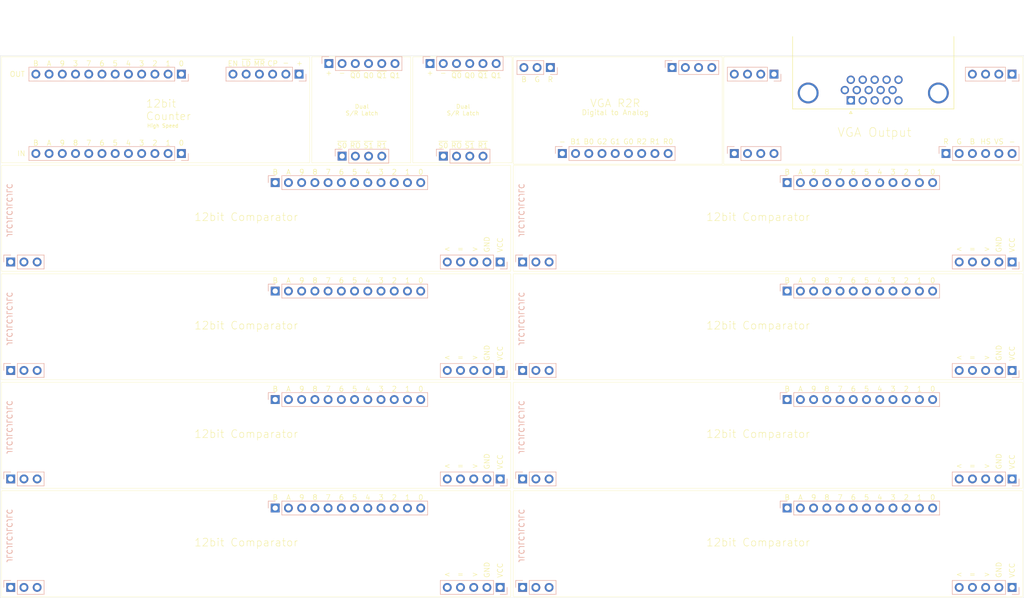
<source format=kicad_pcb>
(kicad_pcb (version 20211014) (generator pcbnew)
  (layers (0 "F.Cu" signal) (31 "B.Cu" signal) (34 "B.Paste" user) (35 "F.Paste" user) (36 "B.SilkS" user "B.Silkscreen") (37 "F.SilkS" user "F.Silkscreen") (38 "B.Mask" user) (39 "F.Mask" user) (44 "Edge.Cuts" user))
  (net 0 "")
  (net 1 "VCC")
  (net 2 "GND")
  (net 3 "COUNT3")
  (net 4 "COUNT2")
  (net 5 "COUNT1")
  (net 6 "COUNT0")
  (net 7 "COUNT7")
  (net 8 "COUNT6")
  (net 9 "COUNT5")
  (net 10 "COUNT4")
  (net 11 "COUNT11")
  (net 12 "COUNT10")
  (net 13 "COUNT9")
  (net 14 "COUNT8")
  (net 15 "~{EQ0}")
  (net 16 "~{GT0}")
  (net 17 "~{LT0}")
  (footprint "Connector_Dsub:DSUB-15-HD_Female_Horizontal_P2.29x1.98mm_EdgePinOffset8.35mm_Housed_MountingHolesOffset10.89mm" (layer "F.Cu") (at 216.68 43.138331 180)
    (fp_text reference "J1" hide)
    (fp_text value "DB15_Male_HighDensity_MountingHoles" hide)
    (pad "0" thru_hole circle locked (at -16.815 1.42 180) (size 4 4) (drill 3.2) (layers *.Cu *.Mask))
    (pad "0" thru_hole circle locked (at 8.185 1.42 180) (size 4 4) (drill 3.2) (layers *.Cu *.Mask))
    (pad "1" thru_hole rect locked (at 0 0 180) (size 1.6 1.6) (drill 1) (layers *.Cu *.Mask))
    (pad "2" thru_hole circle locked (at -2.29 0 180) (size 1.6 1.6) (drill 1) (layers *.Cu *.Mask))
    (pad "3" thru_hole circle locked (at -4.58 0 180) (size 1.6 1.6) (drill 1) (layers *.Cu *.Mask))
    (pad "4" thru_hole circle locked (at -6.87 0 180) (size 1.6 1.6) (drill 1) (layers *.Cu *.Mask))
    (pad "5" thru_hole circle locked (at -9.16 0 180) (size 1.6 1.6) (drill 1) (layers *.Cu *.Mask) (net 2 "GND"))
    (pad "6" thru_hole circle locked (at 1.145 1.98 180) (size 1.6 1.6) (drill 1) (layers *.Cu *.Mask) (net 2 "GND"))
    (pad "7" thru_hole circle locked (at -1.145 1.98 180) (size 1.6 1.6) (drill 1) (layers *.Cu *.Mask) (net 2 "GND"))
    (pad "8" thru_hole circle locked (at -3.435 1.98 180) (size 1.6 1.6) (drill 1) (layers *.Cu *.Mask) (net 2 "GND"))
    (pad "9" thru_hole circle locked (at -5.725 1.98 180) (size 1.6 1.6) (drill 1) (layers *.Cu *.Mask))
    (pad "10" thru_hole circle locked (at -8.015 1.98 180) (size 1.6 1.6) (drill 1) (layers *.Cu *.Mask) (net 2 "GND"))
    (pad "11" thru_hole circle locked (at 0 3.96 180) (size 1.6 1.6) (drill 1) (layers *.Cu *.Mask))
    (pad "12" thru_hole circle locked (at -2.29 3.96 180) (size 1.6 1.6) (drill 1) (layers *.Cu *.Mask))
    (pad "13" thru_hole circle locked (at -4.58 3.96 180) (size 1.6 1.6) (drill 1) (layers *.Cu *.Mask))
    (pad "14" thru_hole circle locked (at -6.87 3.96 180) (size 1.6 1.6) (drill 1) (layers *.Cu *.Mask))
    (pad "15" thru_hole circle locked (at -9.16 3.96 180) (size 1.6 1.6) (drill 1) (layers *.Cu *.Mask))
  )
  (footprint "Connector_PinHeader_2.54mm:PinHeader_1x04_P2.54mm_Vertical" (layer "B.Cu") (at 194.31 53.34 -90)
    (fp_text reference "J2" hide)
    (fp_text value "Conn_01x04" hide)
    (pad "1" thru_hole rect locked (at 0 0 270) (size 1.7 1.7) (drill 1) (layers *.Cu *.Mask))
    (pad "2" thru_hole oval locked (at 0 -2.54 270) (size 1.7 1.7) (drill 1) (layers *.Cu *.Mask))
    (pad "3" thru_hole oval locked (at 0 -5.08 270) (size 1.7 1.7) (drill 1) (layers *.Cu *.Mask))
    (pad "4" thru_hole oval locked (at 0 -7.62 270) (size 1.7 1.7) (drill 1) (layers *.Cu *.Mask))
  )
  (footprint "Connector_PinHeader_2.54mm:PinHeader_1x03_P2.54mm_Vertical" (layer "B.Cu") (at 158.989 36.83 90)
    (fp_text reference "J1" hide)
    (fp_text value "Conn_01x03" hide)
    (pad "1" thru_hole rect locked (at 0 0 90) (size 1.7 1.7) (drill 1) (layers *.Cu *.Mask))
    (pad "2" thru_hole oval locked (at 0 -2.54 90) (size 1.7 1.7) (drill 1) (layers *.Cu *.Mask))
    (pad "3" thru_hole oval locked (at 0 -5.08 90) (size 1.7 1.7) (drill 1) (layers *.Cu *.Mask))
  )
  (footprint "Connector_PinHeader_2.54mm:PinHeader_1x12_P2.54mm_Vertical" (layer "B.Cu") (at 88.138 53.34 90)
    (fp_text reference "J1" hide)
    (fp_text value "Conn_01x12" hide)
    (pad "1" thru_hole rect locked (at 0 0 90) (size 1.7 1.7) (drill 1) (layers *.Cu *.Mask))
    (pad "2" thru_hole oval locked (at 0 -2.54 90) (size 1.7 1.7) (drill 1) (layers *.Cu *.Mask))
    (pad "3" thru_hole oval locked (at 0 -5.08 90) (size 1.7 1.7) (drill 1) (layers *.Cu *.Mask))
    (pad "4" thru_hole oval locked (at 0 -7.62 90) (size 1.7 1.7) (drill 1) (layers *.Cu *.Mask))
    (pad "5" thru_hole oval locked (at 0 -10.16 90) (size 1.7 1.7) (drill 1) (layers *.Cu *.Mask))
    (pad "6" thru_hole oval locked (at 0 -12.7 90) (size 1.7 1.7) (drill 1) (layers *.Cu *.Mask))
    (pad "7" thru_hole oval locked (at 0 -15.24 90) (size 1.7 1.7) (drill 1) (layers *.Cu *.Mask))
    (pad "8" thru_hole oval locked (at 0 -17.78 90) (size 1.7 1.7) (drill 1) (layers *.Cu *.Mask))
    (pad "9" thru_hole oval locked (at 0 -20.32 90) (size 1.7 1.7) (drill 1) (layers *.Cu *.Mask))
    (pad "10" thru_hole oval locked (at 0 -22.86 90) (size 1.7 1.7) (drill 1) (layers *.Cu *.Mask))
    (pad "11" thru_hole oval locked (at 0 -25.4 90) (size 1.7 1.7) (drill 1) (layers *.Cu *.Mask))
    (pad "12" thru_hole oval locked (at 0 -27.94 90) (size 1.7 1.7) (drill 1) (layers *.Cu *.Mask))
  )
  (footprint "Connector_PinHeader_2.54mm:PinHeader_1x03_P2.54mm_Vertical" (layer "B.Cu") (at 55.372 94.996 -90)
    (fp_text reference "J29" hide)
    (fp_text value "Conn_01x03" hide)
    (pad "1" thru_hole rect locked (at 0 0 270) (size 1.7 1.7) (drill 1) (layers *.Cu *.Mask))
    (pad "2" thru_hole oval locked (at 0 -2.54 270) (size 1.7 1.7) (drill 1) (layers *.Cu *.Mask))
    (pad "3" thru_hole oval locked (at 0 -5.08 270) (size 1.7 1.7) (drill 1) (layers *.Cu *.Mask))
  )
  (footprint "Connector_PinHeader_2.54mm:PinHeader_1x12_P2.54mm_Vertical" (layer "B.Cu") (at 88.138 38.1 90)
    (fp_text reference "J2" hide)
    (fp_text value "Conn_01x12" hide)
    (pad "1" thru_hole rect locked (at 0 0 90) (size 1.7 1.7) (drill 1) (layers *.Cu *.Mask))
    (pad "2" thru_hole oval locked (at 0 -2.54 90) (size 1.7 1.7) (drill 1) (layers *.Cu *.Mask))
    (pad "3" thru_hole oval locked (at 0 -5.08 90) (size 1.7 1.7) (drill 1) (layers *.Cu *.Mask))
    (pad "4" thru_hole oval locked (at 0 -7.62 90) (size 1.7 1.7) (drill 1) (layers *.Cu *.Mask))
    (pad "5" thru_hole oval locked (at 0 -10.16 90) (size 1.7 1.7) (drill 1) (layers *.Cu *.Mask))
    (pad "6" thru_hole oval locked (at 0 -12.7 90) (size 1.7 1.7) (drill 1) (layers *.Cu *.Mask))
    (pad "7" thru_hole oval locked (at 0 -15.24 90) (size 1.7 1.7) (drill 1) (layers *.Cu *.Mask))
    (pad "8" thru_hole oval locked (at 0 -17.78 90) (size 1.7 1.7) (drill 1) (layers *.Cu *.Mask))
    (pad "9" thru_hole oval locked (at 0 -20.32 90) (size 1.7 1.7) (drill 1) (layers *.Cu *.Mask))
    (pad "10" thru_hole oval locked (at 0 -22.86 90) (size 1.7 1.7) (drill 1) (layers *.Cu *.Mask))
    (pad "11" thru_hole oval locked (at 0 -25.4 90) (size 1.7 1.7) (drill 1) (layers *.Cu *.Mask))
    (pad "12" thru_hole oval locked (at 0 -27.94 90) (size 1.7 1.7) (drill 1) (layers *.Cu *.Mask))
  )
  (footprint "Connector_PinHeader_2.54mm:PinHeader_1x04_P2.54mm_Vertical" (layer "B.Cu") (at 247.64 38.1 90)
    (fp_text reference "J5" hide)
    (fp_text value "Conn_01x04" hide)
    (pad "1" thru_hole rect locked (at 0 0 90) (size 1.7 1.7) (drill 1) (layers *.Cu *.Mask))
    (pad "2" thru_hole oval locked (at 0 -2.54 90) (size 1.7 1.7) (drill 1) (layers *.Cu *.Mask))
    (pad "3" thru_hole oval locked (at 0 -5.08 90) (size 1.7 1.7) (drill 1) (layers *.Cu *.Mask))
    (pad "4" thru_hole oval locked (at 0 -7.62 90) (size 1.7 1.7) (drill 1) (layers *.Cu *.Mask))
  )
  (footprint "Connector_PinHeader_2.54mm:PinHeader_1x05_P2.54mm_Vertical" (layer "B.Cu") (at 247.655 94.996 90)
    (fp_text reference "J8" hide)
    (fp_text value "Conn_01x05" hide)
    (pad "1" thru_hole rect locked (at 0 0 90) (size 1.7 1.7) (drill 1) (layers *.Cu *.Mask) (net 1 "VCC"))
    (pad "2" thru_hole oval locked (at 0 -2.54 90) (size 1.7 1.7) (drill 1) (layers *.Cu *.Mask) (net 2 "GND"))
    (pad "3" thru_hole oval locked (at 0 -5.08 90) (size 1.7 1.7) (drill 1) (layers *.Cu *.Mask) (net 16 "~{GT0}"))
    (pad "4" thru_hole oval locked (at 0 -7.62 90) (size 1.7 1.7) (drill 1) (layers *.Cu *.Mask) (net 15 "~{EQ0}"))
    (pad "5" thru_hole oval locked (at 0 -10.16 90) (size 1.7 1.7) (drill 1) (layers *.Cu *.Mask) (net 17 "~{LT0}"))
  )
  (footprint "Connector_PinHeader_2.54mm:PinHeader_1x05_P2.54mm_Vertical" (layer "B.Cu") (at 149.357 115.824 90)
    (fp_text reference "J8" hide)
    (fp_text value "Conn_01x05" hide)
    (pad "1" thru_hole rect locked (at 0 0 90) (size 1.7 1.7) (drill 1) (layers *.Cu *.Mask) (net 1 "VCC"))
    (pad "2" thru_hole oval locked (at 0 -2.54 90) (size 1.7 1.7) (drill 1) (layers *.Cu *.Mask) (net 2 "GND"))
    (pad "3" thru_hole oval locked (at 0 -5.08 90) (size 1.7 1.7) (drill 1) (layers *.Cu *.Mask) (net 16 "~{GT0}"))
    (pad "4" thru_hole oval locked (at 0 -7.62 90) (size 1.7 1.7) (drill 1) (layers *.Cu *.Mask) (net 15 "~{EQ0}"))
    (pad "5" thru_hole oval locked (at 0 -10.16 90) (size 1.7 1.7) (drill 1) (layers *.Cu *.Mask) (net 17 "~{LT0}"))
  )
  (footprint "Connector_PinHeader_2.54mm:PinHeader_1x03_P2.54mm_Vertical" (layer "B.Cu") (at 153.67 136.652 -90)
    (fp_text reference "J29" hide)
    (fp_text value "Conn_01x03" hide)
    (pad "1" thru_hole rect locked (at 0 0 270) (size 1.7 1.7) (drill 1) (layers *.Cu *.Mask))
    (pad "2" thru_hole oval locked (at 0 -2.54 270) (size 1.7 1.7) (drill 1) (layers *.Cu *.Mask))
    (pad "3" thru_hole oval locked (at 0 -5.08 270) (size 1.7 1.7) (drill 1) (layers *.Cu *.Mask))
  )
  (footprint "Connector_PinHeader_2.54mm:PinHeader_1x04_P2.54mm_Vertical" (layer "B.Cu") (at 119.009 53.848 -90)
    (fp_text reference "J1" hide)
    (fp_text value "Conn_01x04" hide)
    (pad "1" thru_hole rect locked (at 0 0 270) (size 1.7 1.7) (drill 1) (layers *.Cu *.Mask))
    (pad "2" thru_hole oval locked (at 0 -2.54 270) (size 1.7 1.7) (drill 1) (layers *.Cu *.Mask))
    (pad "3" thru_hole oval locked (at 0 -5.08 270) (size 1.7 1.7) (drill 1) (layers *.Cu *.Mask))
    (pad "4" thru_hole oval locked (at 0 -7.62 270) (size 1.7 1.7) (drill 1) (layers *.Cu *.Mask))
  )
  (footprint "Connector_PinHeader_2.54mm:PinHeader_1x06_P2.54mm_Vertical" (layer "B.Cu") (at 234.95 53.34 -90)
    (fp_text reference "J3" hide)
    (fp_text value "Conn_01x06" hide)
    (pad "1" thru_hole rect locked (at 0 0 270) (size 1.7 1.7) (drill 1) (layers *.Cu *.Mask))
    (pad "2" thru_hole oval locked (at 0 -2.54 270) (size 1.7 1.7) (drill 1) (layers *.Cu *.Mask))
    (pad "3" thru_hole oval locked (at 0 -5.08 270) (size 1.7 1.7) (drill 1) (layers *.Cu *.Mask))
    (pad "4" thru_hole oval locked (at 0 -7.62 270) (size 1.7 1.7) (drill 1) (layers *.Cu *.Mask))
    (pad "5" thru_hole oval locked (at 0 -10.16 270) (size 1.7 1.7) (drill 1) (layers *.Cu *.Mask))
    (pad "6" thru_hole oval locked (at 0 -12.7 270) (size 1.7 1.7) (drill 1) (layers *.Cu *.Mask) (net 2 "GND"))
  )
  (footprint "Connector_PinHeader_2.54mm:PinHeader_1x03_P2.54mm_Vertical" (layer "B.Cu") (at 55.372 115.824 -90)
    (fp_text reference "J29" hide)
    (fp_text value "Conn_01x03" hide)
    (pad "1" thru_hole rect locked (at 0 0 270) (size 1.7 1.7) (drill 1) (layers *.Cu *.Mask))
    (pad "2" thru_hole oval locked (at 0 -2.54 270) (size 1.7 1.7) (drill 1) (layers *.Cu *.Mask))
    (pad "3" thru_hole oval locked (at 0 -5.08 270) (size 1.7 1.7) (drill 1) (layers *.Cu *.Mask))
  )
  (footprint "Connector_PinHeader_2.54mm:PinHeader_1x12_P2.54mm_Vertical" (layer "B.Cu") (at 106.157 100.584 -90)
    (fp_text reference "J7" hide)
    (fp_text value "Conn_01x12" hide)
    (pad "1" thru_hole rect locked (at 0 0 270) (size 1.7 1.7) (drill 1) (layers *.Cu *.Mask) (net 11 "COUNT11"))
    (pad "2" thru_hole oval locked (at 0 -2.54 270) (size 1.7 1.7) (drill 1) (layers *.Cu *.Mask) (net 12 "COUNT10"))
    (pad "3" thru_hole oval locked (at 0 -5.08 270) (size 1.7 1.7) (drill 1) (layers *.Cu *.Mask) (net 13 "COUNT9"))
    (pad "4" thru_hole oval locked (at 0 -7.62 270) (size 1.7 1.7) (drill 1) (layers *.Cu *.Mask) (net 14 "COUNT8"))
    (pad "5" thru_hole oval locked (at 0 -10.16 270) (size 1.7 1.7) (drill 1) (layers *.Cu *.Mask) (net 7 "COUNT7"))
    (pad "6" thru_hole oval locked (at 0 -12.7 270) (size 1.7 1.7) (drill 1) (layers *.Cu *.Mask) (net 8 "COUNT6"))
    (pad "7" thru_hole oval locked (at 0 -15.24 270) (size 1.7 1.7) (drill 1) (layers *.Cu *.Mask) (net 9 "COUNT5"))
    (pad "8" thru_hole oval locked (at 0 -17.78 270) (size 1.7 1.7) (drill 1) (layers *.Cu *.Mask) (net 10 "COUNT4"))
    (pad "9" thru_hole oval locked (at 0 -20.32 270) (size 1.7 1.7) (drill 1) (layers *.Cu *.Mask) (net 3 "COUNT3"))
    (pad "10" thru_hole oval locked (at 0 -22.86 270) (size 1.7 1.7) (drill 1) (layers *.Cu *.Mask) (net 4 "COUNT2"))
    (pad "11" thru_hole oval locked (at 0 -25.4 270) (size 1.7 1.7) (drill 1) (layers *.Cu *.Mask) (net 5 "COUNT1"))
    (pad "12" thru_hole oval locked (at 0 -27.94 270) (size 1.7 1.7) (drill 1) (layers *.Cu *.Mask) (net 6 "COUNT0"))
  )
  (footprint "Connector_PinHeader_2.54mm:PinHeader_1x03_P2.54mm_Vertical" (layer "B.Cu") (at 55.372 136.652 -90)
    (fp_text reference "J29" hide)
    (fp_text value "Conn_01x03" hide)
    (pad "1" thru_hole rect locked (at 0 0 270) (size 1.7 1.7) (drill 1) (layers *.Cu *.Mask))
    (pad "2" thru_hole oval locked (at 0 -2.54 270) (size 1.7 1.7) (drill 1) (layers *.Cu *.Mask))
    (pad "3" thru_hole oval locked (at 0 -5.08 270) (size 1.7 1.7) (drill 1) (layers *.Cu *.Mask))
  )
  (footprint "Connector_PinHeader_2.54mm:PinHeader_1x05_P2.54mm_Vertical" (layer "B.Cu") (at 247.655 115.824 90)
    (fp_text reference "J8" hide)
    (fp_text value "Conn_01x05" hide)
    (pad "1" thru_hole rect locked (at 0 0 90) (size 1.7 1.7) (drill 1) (layers *.Cu *.Mask) (net 1 "VCC"))
    (pad "2" thru_hole oval locked (at 0 -2.54 90) (size 1.7 1.7) (drill 1) (layers *.Cu *.Mask) (net 2 "GND"))
    (pad "3" thru_hole oval locked (at 0 -5.08 90) (size 1.7 1.7) (drill 1) (layers *.Cu *.Mask) (net 16 "~{GT0}"))
    (pad "4" thru_hole oval locked (at 0 -7.62 90) (size 1.7 1.7) (drill 1) (layers *.Cu *.Mask) (net 15 "~{EQ0}"))
    (pad "5" thru_hole oval locked (at 0 -10.16 90) (size 1.7 1.7) (drill 1) (layers *.Cu *.Mask) (net 17 "~{LT0}"))
  )
  (footprint "Connector_PinHeader_2.54mm:PinHeader_1x05_P2.54mm_Vertical" (layer "B.Cu") (at 247.655 74.168 90)
    (fp_text reference "J8" hide)
    (fp_text value "Conn_01x05" hide)
    (pad "1" thru_hole rect locked (at 0 0 90) (size 1.7 1.7) (drill 1) (layers *.Cu *.Mask) (net 1 "VCC"))
    (pad "2" thru_hole oval locked (at 0 -2.54 90) (size 1.7 1.7) (drill 1) (layers *.Cu *.Mask) (net 2 "GND"))
    (pad "3" thru_hole oval locked (at 0 -5.08 90) (size 1.7 1.7) (drill 1) (layers *.Cu *.Mask) (net 16 "~{GT0}"))
    (pad "4" thru_hole oval locked (at 0 -7.62 90) (size 1.7 1.7) (drill 1) (layers *.Cu *.Mask) (net 15 "~{EQ0}"))
    (pad "5" thru_hole oval locked (at 0 -10.16 90) (size 1.7 1.7) (drill 1) (layers *.Cu *.Mask) (net 17 "~{LT0}"))
  )
  (footprint "Connector_PinHeader_2.54mm:PinHeader_1x03_P2.54mm_Vertical" (layer "B.Cu") (at 153.67 115.824 -90)
    (fp_text reference "J29" hide)
    (fp_text value "Conn_01x03" hide)
    (pad "1" thru_hole rect locked (at 0 0 270) (size 1.7 1.7) (drill 1) (layers *.Cu *.Mask))
    (pad "2" thru_hole oval locked (at 0 -2.54 270) (size 1.7 1.7) (drill 1) (layers *.Cu *.Mask))
    (pad "3" thru_hole oval locked (at 0 -5.08 270) (size 1.7 1.7) (drill 1) (layers *.Cu *.Mask))
  )
  (footprint "Connector_PinHeader_2.54mm:PinHeader_1x04_P2.54mm_Vertical" (layer "B.Cu") (at 182.372 36.83 -90)
    (fp_text reference "J4" hide)
    (fp_text value "Conn_01x04" hide)
    (pad "1" thru_hole rect locked (at 0 0 270) (size 1.7 1.7) (drill 1) (layers *.Cu *.Mask))
    (pad "2" thru_hole oval locked (at 0 -2.54 270) (size 1.7 1.7) (drill 1) (layers *.Cu *.Mask))
    (pad "3" thru_hole oval locked (at 0 -5.08 270) (size 1.7 1.7) (drill 1) (layers *.Cu *.Mask))
    (pad "4" thru_hole oval locked (at 0 -7.62 270) (size 1.7 1.7) (drill 1) (layers *.Cu *.Mask))
  )
  (footprint "Connector_PinHeader_2.54mm:PinHeader_1x06_P2.54mm_Vertical" (layer "B.Cu") (at 110.744 38.1 90)
    (fp_text reference "J3" hide)
    (fp_text value "Conn_01x06" hide)
    (pad "1" thru_hole rect locked (at 0 0 90) (size 1.7 1.7) (drill 1) (layers *.Cu *.Mask) (net 1 "VCC"))
    (pad "2" thru_hole oval locked (at 0 -2.54 90) (size 1.7 1.7) (drill 1) (layers *.Cu *.Mask) (net 2 "GND"))
    (pad "3" thru_hole oval locked (at 0 -5.08 90) (size 1.7 1.7) (drill 1) (layers *.Cu *.Mask))
    (pad "4" thru_hole oval locked (at 0 -7.62 90) (size 1.7 1.7) (drill 1) (layers *.Cu *.Mask))
    (pad "5" thru_hole oval locked (at 0 -10.16 90) (size 1.7 1.7) (drill 1) (layers *.Cu *.Mask))
    (pad "6" thru_hole oval locked (at 0 -12.7 90) (size 1.7 1.7) (drill 1) (layers *.Cu *.Mask))
  )
  (footprint "Connector_PinHeader_2.54mm:PinHeader_1x12_P2.54mm_Vertical" (layer "B.Cu") (at 204.455 100.584 -90)
    (fp_text reference "J7" hide)
    (fp_text value "Conn_01x12" hide)
    (pad "1" thru_hole rect locked (at 0 0 270) (size 1.7 1.7) (drill 1) (layers *.Cu *.Mask) (net 11 "COUNT11"))
    (pad "2" thru_hole oval locked (at 0 -2.54 270) (size 1.7 1.7) (drill 1) (layers *.Cu *.Mask) (net 12 "COUNT10"))
    (pad "3" thru_hole oval locked (at 0 -5.08 270) (size 1.7 1.7) (drill 1) (layers *.Cu *.Mask) (net 13 "COUNT9"))
    (pad "4" thru_hole oval locked (at 0 -7.62 270) (size 1.7 1.7) (drill 1) (layers *.Cu *.Mask) (net 14 "COUNT8"))
    (pad "5" thru_hole oval locked (at 0 -10.16 270) (size 1.7 1.7) (drill 1) (layers *.Cu *.Mask) (net 7 "COUNT7"))
    (pad "6" thru_hole oval locked (at 0 -12.7 270) (size 1.7 1.7) (drill 1) (layers *.Cu *.Mask) (net 8 "COUNT6"))
    (pad "7" thru_hole oval locked (at 0 -15.24 270) (size 1.7 1.7) (drill 1) (layers *.Cu *.Mask) (net 9 "COUNT5"))
    (pad "8" thru_hole oval locked (at 0 -17.78 270) (size 1.7 1.7) (drill 1) (layers *.Cu *.Mask) (net 10 "COUNT4"))
    (pad "9" thru_hole oval locked (at 0 -20.32 270) (size 1.7 1.7) (drill 1) (layers *.Cu *.Mask) (net 3 "COUNT3"))
    (pad "10" thru_hole oval locked (at 0 -22.86 270) (size 1.7 1.7) (drill 1) (layers *.Cu *.Mask) (net 4 "COUNT2"))
    (pad "11" thru_hole oval locked (at 0 -25.4 270) (size 1.7 1.7) (drill 1) (layers *.Cu *.Mask) (net 5 "COUNT1"))
    (pad "12" thru_hole oval locked (at 0 -27.94 270) (size 1.7 1.7) (drill 1) (layers *.Cu *.Mask) (net 6 "COUNT0"))
  )
  (footprint "Connector_PinHeader_2.54mm:PinHeader_1x04_P2.54mm_Vertical" (layer "B.Cu") (at 201.93 38.1 90)
    (fp_text reference "J4" hide)
    (fp_text value "Conn_01x04" hide)
    (pad "1" thru_hole rect locked (at 0 0 90) (size 1.7 1.7) (drill 1) (layers *.Cu *.Mask))
    (pad "2" thru_hole oval locked (at 0 -2.54 90) (size 1.7 1.7) (drill 1) (layers *.Cu *.Mask))
    (pad "3" thru_hole oval locked (at 0 -5.08 90) (size 1.7 1.7) (drill 1) (layers *.Cu *.Mask))
    (pad "4" thru_hole oval locked (at 0 -7.62 90) (size 1.7 1.7) (drill 1) (layers *.Cu *.Mask))
  )
  (footprint "Connector_PinHeader_2.54mm:PinHeader_1x12_P2.54mm_Vertical" (layer "B.Cu") (at 204.455 58.928 -90)
    (fp_text reference "J7" hide)
    (fp_text value "Conn_01x12" hide)
    (pad "1" thru_hole rect locked (at 0 0 270) (size 1.7 1.7) (drill 1) (layers *.Cu *.Mask) (net 11 "COUNT11"))
    (pad "2" thru_hole oval locked (at 0 -2.54 270) (size 1.7 1.7) (drill 1) (layers *.Cu *.Mask) (net 12 "COUNT10"))
    (pad "3" thru_hole oval locked (at 0 -5.08 270) (size 1.7 1.7) (drill 1) (layers *.Cu *.Mask) (net 13 "COUNT9"))
    (pad "4" thru_hole oval locked (at 0 -7.62 270) (size 1.7 1.7) (drill 1) (layers *.Cu *.Mask) (net 14 "COUNT8"))
    (pad "5" thru_hole oval locked (at 0 -10.16 270) (size 1.7 1.7) (drill 1) (layers *.Cu *.Mask) (net 7 "COUNT7"))
    (pad "6" thru_hole oval locked (at 0 -12.7 270) (size 1.7 1.7) (drill 1) (layers *.Cu *.Mask) (net 8 "COUNT6"))
    (pad "7" thru_hole oval locked (at 0 -15.24 270) (size 1.7 1.7) (drill 1) (layers *.Cu *.Mask) (net 9 "COUNT5"))
    (pad "8" thru_hole oval locked (at 0 -17.78 270) (size 1.7 1.7) (drill 1) (layers *.Cu *.Mask) (net 10 "COUNT4"))
    (pad "9" thru_hole oval locked (at 0 -20.32 270) (size 1.7 1.7) (drill 1) (layers *.Cu *.Mask) (net 3 "COUNT3"))
    (pad "10" thru_hole oval locked (at 0 -22.86 270) (size 1.7 1.7) (drill 1) (layers *.Cu *.Mask) (net 4 "COUNT2"))
    (pad "11" thru_hole oval locked (at 0 -25.4 270) (size 1.7 1.7) (drill 1) (layers *.Cu *.Mask) (net 5 "COUNT1"))
    (pad "12" thru_hole oval locked (at 0 -27.94 270) (size 1.7 1.7) (drill 1) (layers *.Cu *.Mask) (net 6 "COUNT0"))
  )
  (footprint "Connector_PinHeader_2.54mm:PinHeader_1x12_P2.54mm_Vertical" (layer "B.Cu") (at 204.455 79.756 -90)
    (fp_text reference "J7" hide)
    (fp_text value "Conn_01x12" hide)
    (pad "1" thru_hole rect locked (at 0 0 270) (size 1.7 1.7) (drill 1) (layers *.Cu *.Mask) (net 11 "COUNT11"))
    (pad "2" thru_hole oval locked (at 0 -2.54 270) (size 1.7 1.7) (drill 1) (layers *.Cu *.Mask) (net 12 "COUNT10"))
    (pad "3" thru_hole oval locked (at 0 -5.08 270) (size 1.7 1.7) (drill 1) (layers *.Cu *.Mask) (net 13 "COUNT9"))
    (pad "4" thru_hole oval locked (at 0 -7.62 270) (size 1.7 1.7) (drill 1) (layers *.Cu *.Mask) (net 14 "COUNT8"))
    (pad "5" thru_hole oval locked (at 0 -10.16 270) (size 1.7 1.7) (drill 1) (layers *.Cu *.Mask) (net 7 "COUNT7"))
    (pad "6" thru_hole oval locked (at 0 -12.7 270) (size 1.7 1.7) (drill 1) (layers *.Cu *.Mask) (net 8 "COUNT6"))
    (pad "7" thru_hole oval locked (at 0 -15.24 270) (size 1.7 1.7) (drill 1) (layers *.Cu *.Mask) (net 9 "COUNT5"))
    (pad "8" thru_hole oval locked (at 0 -17.78 270) (size 1.7 1.7) (drill 1) (layers *.Cu *.Mask) (net 10 "COUNT4"))
    (pad "9" thru_hole oval locked (at 0 -20.32 270) (size 1.7 1.7) (drill 1) (layers *.Cu *.Mask) (net 3 "COUNT3"))
    (pad "10" thru_hole oval locked (at 0 -22.86 270) (size 1.7 1.7) (drill 1) (layers *.Cu *.Mask) (net 4 "COUNT2"))
    (pad "11" thru_hole oval locked (at 0 -25.4 270) (size 1.7 1.7) (drill 1) (layers *.Cu *.Mask) (net 5 "COUNT1"))
    (pad "12" thru_hole oval locked (at 0 -27.94 270) (size 1.7 1.7) (drill 1) (layers *.Cu *.Mask) (net 6 "COUNT0"))
  )
  (footprint "Connector_PinHeader_2.54mm:PinHeader_1x12_P2.54mm_Vertical" (layer "B.Cu") (at 204.455 121.412 -90)
    (fp_text reference "J7" hide)
    (fp_text value "Conn_01x12" hide)
    (pad "1" thru_hole rect locked (at 0 0 270) (size 1.7 1.7) (drill 1) (layers *.Cu *.Mask) (net 11 "COUNT11"))
    (pad "2" thru_hole oval locked (at 0 -2.54 270) (size 1.7 1.7) (drill 1) (layers *.Cu *.Mask) (net 12 "COUNT10"))
    (pad "3" thru_hole oval locked (at 0 -5.08 270) (size 1.7 1.7) (drill 1) (layers *.Cu *.Mask) (net 13 "COUNT9"))
    (pad "4" thru_hole oval locked (at 0 -7.62 270) (size 1.7 1.7) (drill 1) (layers *.Cu *.Mask) (net 14 "COUNT8"))
    (pad "5" thru_hole oval locked (at 0 -10.16 270) (size 1.7 1.7) (drill 1) (layers *.Cu *.Mask) (net 7 "COUNT7"))
    (pad "6" thru_hole oval locked (at 0 -12.7 270) (size 1.7 1.7) (drill 1) (layers *.Cu *.Mask) (net 8 "COUNT6"))
    (pad "7" thru_hole oval locked (at 0 -15.24 270) (size 1.7 1.7) (drill 1) (layers *.Cu *.Mask) (net 9 "COUNT5"))
    (pad "8" thru_hole oval locked (at 0 -17.78 270) (size 1.7 1.7) (drill 1) (layers *.Cu *.Mask) (net 10 "COUNT4"))
    (pad "9" thru_hole oval locked (at 0 -20.32 270) (size 1.7 1.7) (drill 1) (layers *.Cu *.Mask) (net 3 "COUNT3"))
    (pad "10" thru_hole oval locked (at 0 -22.86 270) (size 1.7 1.7) (drill 1) (layers *.Cu *.Mask) (net 4 "COUNT2"))
    (pad "11" thru_hole oval locked (at 0 -25.4 270) (size 1.7 1.7) (drill 1) (layers *.Cu *.Mask) (net 5 "COUNT1"))
    (pad "12" thru_hole oval locked (at 0 -27.94 270) (size 1.7 1.7) (drill 1) (layers *.Cu *.Mask) (net 6 "COUNT0"))
  )
  (footprint "Connector_PinHeader_2.54mm:PinHeader_1x12_P2.54mm_Vertical" (layer "B.Cu") (at 106.157 58.928 -90)
    (fp_text reference "J7" hide)
    (fp_text value "Conn_01x12" hide)
    (pad "1" thru_hole rect locked (at 0 0 270) (size 1.7 1.7) (drill 1) (layers *.Cu *.Mask) (net 11 "COUNT11"))
    (pad "2" thru_hole oval locked (at 0 -2.54 270) (size 1.7 1.7) (drill 1) (layers *.Cu *.Mask) (net 12 "COUNT10"))
    (pad "3" thru_hole oval locked (at 0 -5.08 270) (size 1.7 1.7) (drill 1) (layers *.Cu *.Mask) (net 13 "COUNT9"))
    (pad "4" thru_hole oval locked (at 0 -7.62 270) (size 1.7 1.7) (drill 1) (layers *.Cu *.Mask) (net 14 "COUNT8"))
    (pad "5" thru_hole oval locked (at 0 -10.16 270) (size 1.7 1.7) (drill 1) (layers *.Cu *.Mask) (net 7 "COUNT7"))
    (pad "6" thru_hole oval locked (at 0 -12.7 270) (size 1.7 1.7) (drill 1) (layers *.Cu *.Mask) (net 8 "COUNT6"))
    (pad "7" thru_hole oval locked (at 0 -15.24 270) (size 1.7 1.7) (drill 1) (layers *.Cu *.Mask) (net 9 "COUNT5"))
    (pad "8" thru_hole oval locked (at 0 -17.78 270) (size 1.7 1.7) (drill 1) (layers *.Cu *.Mask) (net 10 "COUNT4"))
    (pad "9" thru_hole oval locked (at 0 -20.32 270) (size 1.7 1.7) (drill 1) (layers *.Cu *.Mask) (net 3 "COUNT3"))
    (pad "10" thru_hole oval locked (at 0 -22.86 270) (size 1.7 1.7) (drill 1) (layers *.Cu *.Mask) (net 4 "COUNT2"))
    (pad "11" thru_hole oval locked (at 0 -25.4 270) (size 1.7 1.7) (drill 1) (layers *.Cu *.Mask) (net 5 "COUNT1"))
    (pad "12" thru_hole oval locked (at 0 -27.94 270) (size 1.7 1.7) (drill 1) (layers *.Cu *.Mask) (net 6 "COUNT0"))
  )
  (footprint "Connector_PinHeader_2.54mm:PinHeader_1x06_P2.54mm_Vertical" (layer "B.Cu") (at 116.459 36.068 -90)
    (fp_text reference "J2" hide)
    (fp_text value "Conn_01x06" hide)
    (pad "1" thru_hole rect locked (at 0 0 270) (size 1.7 1.7) (drill 1) (layers *.Cu *.Mask) (net 1 "VCC"))
    (pad "2" thru_hole oval locked (at 0 -2.54 270) (size 1.7 1.7) (drill 1) (layers *.Cu *.Mask) (net 2 "GND"))
    (pad "3" thru_hole oval locked (at 0 -5.08 270) (size 1.7 1.7) (drill 1) (layers *.Cu *.Mask))
    (pad "4" thru_hole oval locked (at 0 -7.62 270) (size 1.7 1.7) (drill 1) (layers *.Cu *.Mask))
    (pad "5" thru_hole oval locked (at 0 -10.16 270) (size 1.7 1.7) (drill 1) (layers *.Cu *.Mask))
    (pad "6" thru_hole oval locked (at 0 -12.7 270) (size 1.7 1.7) (drill 1) (layers *.Cu *.Mask))
  )
  (footprint "Connector_PinHeader_2.54mm:PinHeader_1x09_P2.54mm_Vertical" (layer "B.Cu") (at 161.29 53.34 -90)
    (fp_text reference "J2" hide)
    (fp_text value "Conn_01x09" hide)
    (pad "1" thru_hole rect locked (at 0 0 270) (size 1.7 1.7) (drill 1) (layers *.Cu *.Mask) (net 2 "GND"))
    (pad "2" thru_hole oval locked (at 0 -2.54 270) (size 1.7 1.7) (drill 1) (layers *.Cu *.Mask))
    (pad "3" thru_hole oval locked (at 0 -5.08 270) (size 1.7 1.7) (drill 1) (layers *.Cu *.Mask))
    (pad "4" thru_hole oval locked (at 0 -7.62 270) (size 1.7 1.7) (drill 1) (layers *.Cu *.Mask))
    (pad "5" thru_hole oval locked (at 0 -10.16 270) (size 1.7 1.7) (drill 1) (layers *.Cu *.Mask))
    (pad "6" thru_hole oval locked (at 0 -12.7 270) (size 1.7 1.7) (drill 1) (layers *.Cu *.Mask))
    (pad "7" thru_hole oval locked (at 0 -15.24 270) (size 1.7 1.7) (drill 1) (layers *.Cu *.Mask))
    (pad "8" thru_hole oval locked (at 0 -17.78 270) (size 1.7 1.7) (drill 1) (layers *.Cu *.Mask))
    (pad "9" thru_hole oval locked (at 0 -20.32 270) (size 1.7 1.7) (drill 1) (layers *.Cu *.Mask))
  )
  (footprint "Connector_PinHeader_2.54mm:PinHeader_1x04_P2.54mm_Vertical" (layer "B.Cu") (at 138.44 53.848 -90)
    (fp_text reference "J1" hide)
    (fp_text value "Conn_01x04" hide)
    (pad "1" thru_hole rect locked (at 0 0 270) (size 1.7 1.7) (drill 1) (layers *.Cu *.Mask))
    (pad "2" thru_hole oval locked (at 0 -2.54 270) (size 1.7 1.7) (drill 1) (layers *.Cu *.Mask))
    (pad "3" thru_hole oval locked (at 0 -5.08 270) (size 1.7 1.7) (drill 1) (layers *.Cu *.Mask))
    (pad "4" thru_hole oval locked (at 0 -7.62 270) (size 1.7 1.7) (drill 1) (layers *.Cu *.Mask))
  )
  (footprint "Connector_PinHeader_2.54mm:PinHeader_1x03_P2.54mm_Vertical" (layer "B.Cu") (at 55.372 74.168 -90)
    (fp_text reference "J29" hide)
    (fp_text value "Conn_01x03" hide)
    (pad "1" thru_hole rect locked (at 0 0 270) (size 1.7 1.7) (drill 1) (layers *.Cu *.Mask))
    (pad "2" thru_hole oval locked (at 0 -2.54 270) (size 1.7 1.7) (drill 1) (layers *.Cu *.Mask))
    (pad "3" thru_hole oval locked (at 0 -5.08 270) (size 1.7 1.7) (drill 1) (layers *.Cu *.Mask))
  )
  (footprint "Connector_PinHeader_2.54mm:PinHeader_1x12_P2.54mm_Vertical" (layer "B.Cu") (at 106.157 121.412 -90)
    (fp_text reference "J7" hide)
    (fp_text value "Conn_01x12" hide)
    (pad "1" thru_hole rect locked (at 0 0 270) (size 1.7 1.7) (drill 1) (layers *.Cu *.Mask) (net 11 "COUNT11"))
    (pad "2" thru_hole oval locked (at 0 -2.54 270) (size 1.7 1.7) (drill 1) (layers *.Cu *.Mask) (net 12 "COUNT10"))
    (pad "3" thru_hole oval locked (at 0 -5.08 270) (size 1.7 1.7) (drill 1) (layers *.Cu *.Mask) (net 13 "COUNT9"))
    (pad "4" thru_hole oval locked (at 0 -7.62 270) (size 1.7 1.7) (drill 1) (layers *.Cu *.Mask) (net 14 "COUNT8"))
    (pad "5" thru_hole oval locked (at 0 -10.16 270) (size 1.7 1.7) (drill 1) (layers *.Cu *.Mask) (net 7 "COUNT7"))
    (pad "6" thru_hole oval locked (at 0 -12.7 270) (size 1.7 1.7) (drill 1) (layers *.Cu *.Mask) (net 8 "COUNT6"))
    (pad "7" thru_hole oval locked (at 0 -15.24 270) (size 1.7 1.7) (drill 1) (layers *.Cu *.Mask) (net 9 "COUNT5"))
    (pad "8" thru_hole oval locked (at 0 -17.78 270) (size 1.7 1.7) (drill 1) (layers *.Cu *.Mask) (net 10 "COUNT4"))
    (pad "9" thru_hole oval locked (at 0 -20.32 270) (size 1.7 1.7) (drill 1) (layers *.Cu *.Mask) (net 3 "COUNT3"))
    (pad "10" thru_hole oval locked (at 0 -22.86 270) (size 1.7 1.7) (drill 1) (layers *.Cu *.Mask) (net 4 "COUNT2"))
    (pad "11" thru_hole oval locked (at 0 -25.4 270) (size 1.7 1.7) (drill 1) (layers *.Cu *.Mask) (net 5 "COUNT1"))
    (pad "12" thru_hole oval locked (at 0 -27.94 270) (size 1.7 1.7) (drill 1) (layers *.Cu *.Mask) (net 6 "COUNT0"))
  )
  (footprint "Connector_PinHeader_2.54mm:PinHeader_1x12_P2.54mm_Vertical" (layer "B.Cu") (at 106.157 79.756 -90)
    (fp_text reference "J7" hide)
    (fp_text value "Conn_01x12" hide)
    (pad "1" thru_hole rect locked (at 0 0 270) (size 1.7 1.7) (drill 1) (layers *.Cu *.Mask) (net 11 "COUNT11"))
    (pad "2" thru_hole oval locked (at 0 -2.54 270) (size 1.7 1.7) (drill 1) (layers *.Cu *.Mask) (net 12 "COUNT10"))
    (pad "3" thru_hole oval locked (at 0 -5.08 270) (size 1.7 1.7) (drill 1) (layers *.Cu *.Mask) (net 13 "COUNT9"))
    (pad "4" thru_hole oval locked (at 0 -7.62 270) (size 1.7 1.7) (drill 1) (layers *.Cu *.Mask) (net 14 "COUNT8"))
    (pad "5" thru_hole oval locked (at 0 -10.16 270) (size 1.7 1.7) (drill 1) (layers *.Cu *.Mask) (net 7 "COUNT7"))
    (pad "6" thru_hole oval locked (at 0 -12.7 270) (size 1.7 1.7) (drill 1) (layers *.Cu *.Mask) (net 8 "COUNT6"))
    (pad "7" thru_hole oval locked (at 0 -15.24 270) (size 1.7 1.7) (drill 1) (layers *.Cu *.Mask) (net 9 "COUNT5"))
    (pad "8" thru_hole oval locked (at 0 -17.78 270) (size 1.7 1.7) (drill 1) (layers *.Cu *.Mask) (net 10 "COUNT4"))
    (pad "9" thru_hole oval locked (at 0 -20.32 270) (size 1.7 1.7) (drill 1) (layers *.Cu *.Mask) (net 3 "COUNT3"))
    (pad "10" thru_hole oval locked (at 0 -22.86 270) (size 1.7 1.7) (drill 1) (layers *.Cu *.Mask) (net 4 "COUNT2"))
    (pad "11" thru_hole oval locked (at 0 -25.4 270) (size 1.7 1.7) (drill 1) (layers *.Cu *.Mask) (net 5 "COUNT1"))
    (pad "12" thru_hole oval locked (at 0 -27.94 270) (size 1.7 1.7) (drill 1) (layers *.Cu *.Mask) (net 6 "COUNT0"))
  )
  (footprint "Connector_PinHeader_2.54mm:PinHeader_1x05_P2.54mm_Vertical" (layer "B.Cu") (at 149.357 74.168 90)
    (fp_text reference "J8" hide)
    (fp_text value "Conn_01x05" hide)
    (pad "1" thru_hole rect locked (at 0 0 90) (size 1.7 1.7) (drill 1) (layers *.Cu *.Mask) (net 1 "VCC"))
    (pad "2" thru_hole oval locked (at 0 -2.54 90) (size 1.7 1.7) (drill 1) (layers *.Cu *.Mask) (net 2 "GND"))
    (pad "3" thru_hole oval locked (at 0 -5.08 90) (size 1.7 1.7) (drill 1) (layers *.Cu *.Mask) (net 16 "~{GT0}"))
    (pad "4" thru_hole oval locked (at 0 -7.62 90) (size 1.7 1.7) (drill 1) (layers *.Cu *.Mask) (net 15 "~{EQ0}"))
    (pad "5" thru_hole oval locked (at 0 -10.16 90) (size 1.7 1.7) (drill 1) (layers *.Cu *.Mask) (net 17 "~{LT0}"))
  )
  (footprint "Connector_PinHeader_2.54mm:PinHeader_1x05_P2.54mm_Vertical" (layer "B.Cu") (at 149.357 94.996 90)
    (fp_text reference "J8" hide)
    (fp_text value "Conn_01x05" hide)
    (pad "1" thru_hole rect locked (at 0 0 90) (size 1.7 1.7) (drill 1) (layers *.Cu *.Mask) (net 1 "VCC"))
    (pad "2" thru_hole oval locked (at 0 -2.54 90) (size 1.7 1.7) (drill 1) (layers *.Cu *.Mask) (net 2 "GND"))
    (pad "3" thru_hole oval locked (at 0 -5.08 90) (size 1.7 1.7) (drill 1) (layers *.Cu *.Mask) (net 16 "~{GT0}"))
    (pad "4" thru_hole oval locked (at 0 -7.62 90) (size 1.7 1.7) (drill 1) (layers *.Cu *.Mask) (net 15 "~{EQ0}"))
    (pad "5" thru_hole oval locked (at 0 -10.16 90) (size 1.7 1.7) (drill 1) (layers *.Cu *.Mask) (net 17 "~{LT0}"))
  )
  (footprint "Connector_PinHeader_2.54mm:PinHeader_1x05_P2.54mm_Vertical" (layer "B.Cu") (at 247.655 136.652 90)
    (fp_text reference "J8" hide)
    (fp_text value "Conn_01x05" hide)
    (pad "1" thru_hole rect locked (at 0 0 90) (size 1.7 1.7) (drill 1) (layers *.Cu *.Mask) (net 1 "VCC"))
    (pad "2" thru_hole oval locked (at 0 -2.54 90) (size 1.7 1.7) (drill 1) (layers *.Cu *.Mask) (net 2 "GND"))
    (pad "3" thru_hole oval locked (at 0 -5.08 90) (size 1.7 1.7) (drill 1) (layers *.Cu *.Mask) (net 16 "~{GT0}"))
    (pad "4" thru_hole oval locked (at 0 -7.62 90) (size 1.7 1.7) (drill 1) (layers *.Cu *.Mask) (net 15 "~{EQ0}"))
    (pad "5" thru_hole oval locked (at 0 -10.16 90) (size 1.7 1.7) (drill 1) (layers *.Cu *.Mask) (net 17 "~{LT0}"))
  )
  (footprint "Connector_PinHeader_2.54mm:PinHeader_1x03_P2.54mm_Vertical" (layer "B.Cu") (at 153.67 94.996 -90)
    (fp_text reference "J29" hide)
    (fp_text value "Conn_01x03" hide)
    (pad "1" thru_hole rect locked (at 0 0 270) (size 1.7 1.7) (drill 1) (layers *.Cu *.Mask))
    (pad "2" thru_hole oval locked (at 0 -2.54 270) (size 1.7 1.7) (drill 1) (layers *.Cu *.Mask))
    (pad "3" thru_hole oval locked (at 0 -5.08 270) (size 1.7 1.7) (drill 1) (layers *.Cu *.Mask))
  )
  (footprint "Connector_PinHeader_2.54mm:PinHeader_1x06_P2.54mm_Vertical" (layer "B.Cu") (at 135.89 36.068 -90)
    (fp_text reference "J2" hide)
    (fp_text value "Conn_01x06" hide)
    (pad "1" thru_hole rect locked (at 0 0 270) (size 1.7 1.7) (drill 1) (layers *.Cu *.Mask) (net 1 "VCC"))
    (pad "2" thru_hole oval locked (at 0 -2.54 270) (size 1.7 1.7) (drill 1) (layers *.Cu *.Mask) (net 2 "GND"))
    (pad "3" thru_hole oval locked (at 0 -5.08 270) (size 1.7 1.7) (drill 1) (layers *.Cu *.Mask))
    (pad "4" thru_hole oval locked (at 0 -7.62 270) (size 1.7 1.7) (drill 1) (layers *.Cu *.Mask))
    (pad "5" thru_hole oval locked (at 0 -10.16 270) (size 1.7 1.7) (drill 1) (layers *.Cu *.Mask))
    (pad "6" thru_hole oval locked (at 0 -12.7 270) (size 1.7 1.7) (drill 1) (layers *.Cu *.Mask))
  )
  (footprint "Connector_PinHeader_2.54mm:PinHeader_1x05_P2.54mm_Vertical" (layer "B.Cu") (at 149.357 136.652 90)
    (fp_text reference "J8" hide)
    (fp_text value "Conn_01x05" hide)
    (pad "1" thru_hole rect locked (at 0 0 90) (size 1.7 1.7) (drill 1) (layers *.Cu *.Mask) (net 1 "VCC"))
    (pad "2" thru_hole oval locked (at 0 -2.54 90) (size 1.7 1.7) (drill 1) (layers *.Cu *.Mask) (net 2 "GND"))
    (pad "3" thru_hole oval locked (at 0 -5.08 90) (size 1.7 1.7) (drill 1) (layers *.Cu *.Mask) (net 16 "~{GT0}"))
    (pad "4" thru_hole oval locked (at 0 -7.62 90) (size 1.7 1.7) (drill 1) (layers *.Cu *.Mask) (net 15 "~{EQ0}"))
    (pad "5" thru_hole oval locked (at 0 -10.16 90) (size 1.7 1.7) (drill 1) (layers *.Cu *.Mask) (net 17 "~{LT0}"))
  )
  (footprint "Connector_PinHeader_2.54mm:PinHeader_1x03_P2.54mm_Vertical" (layer "B.Cu") (at 153.67 74.168 -90)
    (fp_text reference "J29" hide)
    (fp_text value "Conn_01x03" hide)
    (pad "1" thru_hole rect locked (at 0 0 270) (size 1.7 1.7) (drill 1) (layers *.Cu *.Mask))
    (pad "2" thru_hole oval locked (at 0 -2.54 270) (size 1.7 1.7) (drill 1) (layers *.Cu *.Mask))
    (pad "3" thru_hole oval locked (at 0 -5.08 270) (size 1.7 1.7) (drill 1) (layers *.Cu *.Mask))
  )
  (gr_rect (start 53.594 96.774) (end 151.384 76.454) (layer "F.SilkS") (width 0.05) (fill none))
  (gr_rect (start 53.594 117.602) (end 151.384 97.282) (layer "F.SilkS") (width 0.05) (fill none))
  (gr_rect (start 151.892 117.602) (end 249.682 97.282) (layer "F.SilkS") (width 0.05) (fill none))
  (gr_rect (start 53.594 75.946) (end 151.384 55.626) (layer "F.SilkS") (width 0.05) (fill none))
  (gr_rect (start 151.892 138.43) (end 249.682 118.11) (layer "F.SilkS") (width 0.05) (fill none))
  (gr_rect (start 53.594 138.43) (end 151.384 118.11) (layer "F.SilkS") (width 0.05) (fill none))
  (gr_rect (start 151.892 96.774) (end 249.682 76.454) (layer "F.SilkS") (width 0.05) (fill none))
  (gr_rect (start 151.892 75.946) (end 249.682 55.626) (layer "F.SilkS") (width 0.05) (fill none))
  (gr_rect (start 113.157 34.798) (end 132.207 55.118) (layer "F.SilkS") (width 0.05) (fill none))
  (gr_rect (start 192.278 34.798) (end 249.682 55.372) (layer "F.SilkS") (width 0.05) (fill none))
  (gr_rect (start 151.892 34.798) (end 192.024 55.372) (layer "F.SilkS") (width 0.05) (fill none))
  (gr_rect (start 132.588 34.798) (end 151.638 55.118) (layer "F.SilkS") (width 0.05) (fill none))
  (gr_rect (start 53.594 55.118) (end 112.776 34.798) (layer "F.SilkS") (width 0.05) (fill none))
  (gr_rect (start 53.34 34.544) (end 249.936 138.684) (layer "Edge.Cuts") (width 0.05) (fill none))
  (gr_text "JLCJLCJLCJLC" (at 153.416 85.09 270) (layer "B.SilkS") (effects (font (size 1 1)) (justify mirror)))
  (gr_text "JLCJLCJLCJLC" (at 153.416 126.746 270) (layer "B.SilkS") (effects (font (size 1 1)) (justify mirror)))
  (gr_text "JLCJLCJLCJLC" (at 153.416 64.262 270) (layer "B.SilkS") (effects (font (size 1 1)) (justify mirror)))
  (gr_text "JLCJLCJLCJLC" (at 55.118 64.262 270) (layer "B.SilkS") (effects (font (size 1 1)) (justify mirror)))
  (gr_text "JLCJLCJLCJLC" (at 55.118 85.09 270) (layer "B.SilkS") (effects (font (size 1 1)) (justify mirror)))
  (gr_text "JLCJLCJLCJLC" (at 55.118 105.918 270) (layer "B.SilkS") (effects (font (size 1 1)) (justify mirror)))
  (gr_text "JLCJLCJLCJLC" (at 55.118 126.746 270) (layer "B.SilkS") (effects (font (size 1 1)) (justify mirror)))
  (gr_text "JLCJLCJLCJLC" (at 153.416 105.918 270) (layer "B.SilkS") (effects (font (size 1 1)) (justify mirror)))
  (gr_text "EN" (at 98.044 36.068) (layer "F.SilkS") (effects (font (size 1 1) (thickness 0.1))))
  (gr_text "9" (at 111.252 98.552) (layer "F.SilkS") (effects (font (size 1 1) (thickness 0.1))))
  (gr_text "=" (at 141.732 92.456) (layer "F.SilkS") (effects (font (size 1 1) (thickness 0.1))))
  (gr_text "8" (at 113.792 119.38) (layer "F.SilkS") (effects (font (size 1 1) (thickness 0.1))))
  (gr_text "1" (at 85.593 36.068) (layer "F.SilkS") (effects (font (size 1 1) (thickness 0.1))))
  (gr_text "B" (at 204.47 98.552) (layer "F.SilkS") (effects (font (size 1 1) (thickness 0.1))))
  (gr_text "<" (at 237.49 71.628) (layer "F.SilkS") (effects (font (size 1 1) (thickness 0.1))))
  (gr_text "VCC" (at 247.65 93.218 90) (layer "F.SilkS") (effects (font (size 1 1) (thickness 0.1)) (justify left)))
  (gr_text "9" (at 209.55 98.552) (layer "F.SilkS") (effects (font (size 1 1) (thickness 0.1))))
  (gr_text "6" (at 217.17 119.38) (layer "F.SilkS") (effects (font (size 1 1) (thickness 0.1))))
  (gr_text "4" (at 123.952 77.724) (layer "F.SilkS") (effects (font (size 1 1) (thickness 0.1))))
  (gr_text "5" (at 121.412 56.896) (layer "F.SilkS") (effects (font (size 1 1) (thickness 0.1))))
  (gr_text "B" (at 106.172 56.896) (layer "F.SilkS") (effects (font (size 1 1) (thickness 0.1))))
  (gr_text "A" (at 207.01 119.38) (layer "F.SilkS") (effects (font (size 1 1) (thickness 0.1))))
  (gr_text "Q0" (at 143.51 38.354) (layer "F.SilkS") (effects (font (size 1 1) (thickness 0.1))))
  (gr_text "12bit Comparator" (at 198.882 107.188) (layer "F.SilkS") (effects (font (size 1.5 1.5) (thickness 0.1))))
  (gr_text "6" (at 118.872 98.552) (layer "F.SilkS") (effects (font (size 1 1) (thickness 0.1))))
  (gr_text "~{RO}" (at 140.97 51.816) (layer "F.SilkS") (effects (font (size 1 1) (thickness 0.1))))
  (gr_text "B" (at 106.172 98.552) (layer "F.SilkS") (effects (font (size 1 1) (thickness 0.1))))
  (gr_text "2" (at 129.032 56.896) (layer "F.SilkS") (effects (font (size 1 1) (thickness 0.1))))
  (gr_text "5" (at 121.412 119.38) (layer "F.SilkS") (effects (font (size 1 1) (thickness 0.1))))
  (gr_text "B" (at 106.172 77.724) (layer "F.SilkS") (effects (font (size 1 1) (thickness 0.1))))
  (gr_text "GND" (at 146.812 93.218 90) (layer "F.SilkS") (effects (font (size 1 1) (thickness 0.1)) (justify left)))
  (gr_text "G0" (at 173.99 51.054) (layer "F.SilkS") (effects (font (size 1 1) (thickness 0.1))))
  (gr_text "HS" (at 242.57 51.054) (layer "F.SilkS") (effects (font (size 1 1) (thickness 0.1))))
  (gr_text "Dual\nS/R Latch" (at 122.809 44.958) (layer "F.SilkS") (effects (font (size 0.8 0.8) (thickness 0.1))))
  (gr_text "8" (at 67.818 51.308) (layer "F.SilkS") (effects (font (size 1 1) (thickness 0.1))))
  (gr_text "~{S1}" (at 124.079 51.816) (layer "F.SilkS") (effects (font (size 1 1) (thickness 0.1))))
  (gr_text "R2" (at 176.53 51.054) (layer "F.SilkS") (effects (font (size 1 1) (thickness 0.1))))
  (gr_text "0" (at 134.112 56.896) (layer "F.SilkS") (effects (font (size 1 1) (thickness 0.1))))
  (gr_text "=" (at 141.732 113.284) (layer "F.SilkS") (effects (font (size 1 1) (thickness 0.1))))
  (gr_text "3" (at 224.79 98.552) (layer "F.SilkS") (effects (font (size 1 1) (thickness 0.1))))
  (gr_text "6" (at 72.898 51.308) (layer "F.SilkS") (effects (font (size 1 1) (thickness 0.1))))
  (gr_text "6" (at 217.17 77.724) (layer "F.SilkS") (effects (font (size 1 1) (thickness 0.1))))
  (gr_text "-" (at 108.204 36.068 180) (layer "F.SilkS") (effects (font (size 1 1) (thickness 0.1))))
  (gr_text "1" (at 229.87 77.724) (layer "F.SilkS") (effects (font (size 1 1) (thickness 0.1))))
  (gr_text "8" (at 113.792 56.896) (layer "F.SilkS") (effects (font (size 1 1) (thickness 0.1))))
  (gr_text "2" (at 227.33 77.724) (layer "F.SilkS") (effects (font (size 1 1) (thickness 0.1))))
  (gr_text "VGA Output" (at 221.234 49.276) (layer "F.SilkS") (effects (font (size 1.7 1.7) (thickness 0.1))))
  (gr_text "=" (at 240.03 92.456) (layer "F.SilkS") (effects (font (size 1 1) (thickness 0.1))))
  (gr_text "~{S1}" (at 143.51 51.816) (layer "F.SilkS") (effects (font (size 1 1) (thickness 0.1))))
  (gr_text "3" (at 126.492 119.38) (layer "F.SilkS") (effects (font (size 1 1) (thickness 0.1))))
  (gr_text ">" (at 144.526 134.112) (layer "F.SilkS") (effects (font (size 1 1) (thickness 0.1))))
  (gr_text "+" (at 116.459 37.846) (layer "F.SilkS") (effects (font (size 1 1) (thickness 0.1))))
  (gr_text "5" (at 219.71 77.724) (layer "F.SilkS") (effects (font (size 1 1) (thickness 0.1))))
  (gr_text "5" (at 219.71 56.896) (layer "F.SilkS") (effects (font (size 1 1) (thickness 0.1))))
  (gr_text "9" (at 209.55 77.724) (layer "F.SilkS") (effects (font (size 1 1) (thickness 0.1))))
  (gr_text "9" (at 65.273 36.068) (layer "F.SilkS") (effects (font (size 1 1) (thickness 0.1))))
  (gr_text ">" (at 242.824 113.284) (layer "F.SilkS") (effects (font (size 1 1) (thickness 0.1))))
  (gr_text "7" (at 214.63 98.552) (layer "F.SilkS") (effects (font (size 1 1) (thickness 0.1))))
  (gr_text "7" (at 116.332 119.38) (layer "F.SilkS") (effects (font (size 1 1) (thickness 0.1))))
  (gr_text "OUT" (at 56.642 38.1) (layer "F.SilkS") (effects (font (size 1 1) (thickness 0.1))))
  (gr_text "2" (at 83.053 36.068) (layer "F.SilkS") (effects (font (size 1 1) (thickness 0.1))))
  (gr_text "~{MR}" (at 103.124 36.068) (layer "F.SilkS") (effects (font (size 1 1) (thickness 0.1))))
  (gr_text "VCC" (at 149.352 114.046 90) (layer "F.SilkS") (effects (font (size 1 1) (thickness 0.1)) (justify left)))
  (gr_text ">" (at 144.526 71.628) (layer "F.SilkS") (effects (font (size 1 1) (thickness 0.1))))
  (gr_text "2" (at 227.33 119.38) (layer "F.SilkS") (effects (font (size 1 1) (thickness 0.1))))
  (gr_text "12bit Comparator" (at 100.584 86.36) (layer "F.SilkS") (effects (font (size 1.5 1.5) (thickness 0.1))))
  (gr_text "12bit Comparator" (at 198.882 86.36) (layer "F.SilkS") (effects (font (size 1.5 1.5) (thickness 0.1))))
  (gr_text "1" (at 131.572 98.552) (layer "F.SilkS") (effects (font (size 1 1) (thickness 0.1))))
  (gr_text "3" (at 224.79 56.896) (layer "F.SilkS") (effects (font (size 1 1) (thickness 0.1))))
  (gr_text "3" (at 80.513 36.068) (layer "F.SilkS") (effects (font (size 1 1) (thickness 0.1))))
  (gr_text ">" (at 144.526 113.284) (layer "F.SilkS") (effects (font (size 1 1) (thickness 0.1))))
  (gr_text "0" (at 134.112 119.38) (layer "F.SilkS") (effects (font (size 1 1) (thickness 0.1))))
  (gr_text "GND" (at 245.11 93.218 90) (layer "F.SilkS") (effects (font (size 1 1) (thickness 0.1)) (justify left)))
  (gr_text "Digital to Analog" (at 171.45 45.466) (layer "F.SilkS") (effects (font (size 1 1) (thickness 0.1))))
  (gr_text "VCC" (at 149.352 134.874 90) (layer "F.SilkS") (effects (font (size 1 1) (thickness 0.1)) (justify left)))
  (gr_text "<" (at 237.49 113.284) (layer "F.SilkS") (effects (font (size 1 1) (thickness 0.1))))
  (gr_text "~{R1}" (at 126.619 51.816) (layer "F.SilkS") (effects (font (size 1 1) (thickness 0.1))))
  (gr_text "A" (at 207.01 56.896) (layer "F.SilkS") (effects (font (size 1 1) (thickness 0.1))))
  (gr_text "7" (at 116.332 77.724) (layer "F.SilkS") (effects (font (size 1 1) (thickness 0.1))))
  (gr_text "1" (at 229.87 56.896) (layer "F.SilkS") (effects (font (size 1 1) (thickness 0.1))))
  (gr_text "4" (at 222.25 77.724) (layer "F.SilkS") (effects (font (size 1 1) (thickness 0.1))))
  (gr_text "0" (at 232.41 77.724) (layer "F.SilkS") (effects (font (size 1 1) (thickness 0.1))))
  (gr_text "4" (at 123.952 56.896) (layer "F.SilkS") (effects (font (size 1 1) (thickness 0.1))))
  (gr_text ">" (at 242.824 71.628) (layer "F.SilkS") (effects (font (size 1 1) (thickness 0.1))))
  (gr_text "1" (at 131.572 77.724) (layer "F.SilkS") (effects (font (size 1 1) (thickness 0.1))))
  (gr_text "G" (at 237.49 51.054) (layer "F.SilkS") (effects (font (size 1 1) (thickness 0.1))))
  (gr_text "GND" (at 146.812 72.39 90) (layer "F.SilkS") (effects (font (size 1 1) (thickness 0.1)) (justify left)))
  (gr_text "=" (at 141.732 134.112) (layer "F.SilkS") (effects (font (size 1 1) (thickness 0.1))))
  (gr_text "1" (at 85.598 51.308) (layer "F.SilkS") (effects (font (size 1 1) (thickness 0.1))))
  (gr_text "5" (at 75.433 36.068) (layer "F.SilkS") (effects (font (size 1 1) (thickness 0.1))))
  (gr_text "4" (at 77.978 51.308) (layer "F.SilkS") (effects (font (size 1 1) (thickness 0.1))))
  (gr_text "-" (at 247.65 51.054) (layer "F.SilkS") (effects (font (size 1 1) (thickness 0.1))))
  (gr_text "9" (at 209.55 56.896) (layer "F.SilkS") (effects (font (size 1 1) (thickness 0.1))))
  (gr_text "12bit Comparator" (at 198.882 65.532) (layer "F.SilkS") (effects (font (size 1.5 1.5) (thickness 0.1))))
  (gr_text "3" (at 224.79 77.724) (layer "F.SilkS") (effects (font (size 1 1) (thickness 0.1))))
  (gr_text "5" (at 75.438 51.308) (layer "F.SilkS") (effects (font (size 1 1) (thickness 0.1))))
  (gr_text "~{RO}" (at 121.539 51.816) (layer "F.SilkS") (effects (font (size 1 1) (thickness 0.1))))
  (gr_text "2" (at 129.032 119.38) (layer "F.SilkS") (effects (font (size 1 1) (thickness 0.1))))
  (gr_text "12bit Comparator" (at 100.584 128.016) (layer "F.SilkS") (effects (font (size 1.5 1.5) (thickness 0.1))))
  (gr_text "A" (at 108.712 77.724) (layer "F.SilkS") (effects (font (size 1 1) (thickness 0.1))))
  (gr_text "B" (at 204.47 77.724) (layer "F.SilkS") (effects (font (size 1 1) (thickness 0.1))))
  (gr_text "8" (at 212.09 119.38) (layer "F.SilkS") (effects (font (size 1 1) (thickness 0.1))))
  (gr_text "2" (at 227.33 56.896) (layer "F.SilkS") (effects (font (size 1 1) (thickness 0.1))))
  (gr_text "=" (at 141.732 71.628) (layer "F.SilkS") (effects (font (size 1 1) (thickness 0.1))))
  (gr_text "B" (at 240.03 51.054) (layer "F.SilkS") (effects (font (size 1 1) (thickness 0.1))))
  (gr_text "1" (at 131.572 119.38) (layer "F.SilkS") (effects (font (size 1 1) (thickness 0.1))))
  (gr_text "~{LD}" (at 100.584 36.068) (layer "F.SilkS") (effects (font (size 1 1) (thickness 0.1))))
  (gr_text "9" (at 209.55 119.38) (layer "F.SilkS") (effects (font (size 1 1) (thickness 0.1))))
  (gr_text "12bit\nCounter" (at 81.28 44.958) (layer "F.SilkS") (effects (font (size 1.5 1.5) (thickness 0.1)) (justify left)))
  (gr_text "R0" (at 181.61 51.054) (layer "F.SilkS") (effects (font (size 1 1) (thickness 0.1))))
  (gr_text "VCC" (at 247.65 114.046 90) (layer "F.SilkS") (effects (font (size 1 1) (thickness 0.1)) (justify left)))
  (gr_text "B" (at 204.47 56.896) (layer "F.SilkS") (effects (font (size 1 1) (thickness 0.1))))
  (gr_text "VCC" (at 247.65 72.39 90) (layer "F.SilkS") (effects (font (size 1 1) (thickness 0.1)) (justify left)))
  (gr_text "9" (at 111.252 77.724) (layer "F.SilkS") (effects (font (size 1 1) (thickness 0.1))))
  (gr_text "=" (at 240.03 113.284) (layer "F.SilkS") (effects (font (size 1 1) (thickness 0.1))))
  (gr_text "0" (at 232.41 56.896) (layer "F.SilkS") (effects (font (size 1 1) (thickness 0.1))))
  (gr_text ">" (at 144.526 92.456) (layer "F.SilkS") (effects (font (size 1 1) (thickness 0.1))))
  (gr_text "3" (at 80.518 51.308) (layer "F.SilkS") (effects (font (size 1 1) (thickness 0.1))))
  (gr_text "~{Q1}" (at 126.619 38.354) (layer "F.SilkS") (effects (font (size 1 1) (thickness 0.1))))
  (gr_text "B" (at 106.172 119.38) (layer "F.SilkS") (effects (font (size 1 1) (thickness 0.1))))
  (gr_text "A" (at 62.733 36.068) (layer "F.SilkS") (effects (font (size 1 1) (thickness 0.1))))
  (gr_text "5" (at 121.412 98.552) (layer "F.SilkS") (effects (font (size 1 1) (thickness 0.1))))
  (gr_text "8" (at 212.09 77.724) (layer "F.SilkS") (effects (font (size 1 1) (thickness 0.1))))
  (gr_text "~{Q0}" (at 140.97 38.354) (layer "F.SilkS") (effects (font (size 1 1) (thickness 0.1))))
  (gr_text "<" (at 139.192 92.456) (layer "F.SilkS") (effects (font (size 1 1) (thickness 0.1))))
  (gr_text "6" (at 118.872 77.724) (layer "F.SilkS") (effects (font (size 1 1) (thickness 0.1))))
  (gr_text "High Speed" (at 84.582 48.006) (layer "F.SilkS") (effects (font (size 0.7 0.7) (thickness 0.1))))
  (gr_text "1" (at 131.572 56.896) (layer "F.SilkS") (effects (font (size 1 1) (thickness 0.1))))
  (gr_text "VS" (at 245.11 51.054) (layer "F.SilkS") (effects (font (size 1 1) (thickness 0.1))))
  (gr_text "B" (at 60.198 51.308) (layer "F.SilkS") (effects (font (size 1 1) (thickness 0.1))))
  (gr_text "VCC" (at 149.352 72.39 90) (layer "F.SilkS") (effects (font (size 1 1) (thickness 0.1)) (justify left)))
  (gr_text "-" (at 118.999 37.846) (layer "F.SilkS") (effects (font (size 1 1) (thickness 0.1))))
  (gr_text "+" (at 110.744 36.068 90) (layer "F.SilkS") (effects (font (size 1 1) (thickness 0.1))))
  (gr_text "GND" (at 146.812 114.046 90) (layer "F.SilkS") (effects (font (size 1 1) (thickness 0.1)) (justify left)))
  (gr_text "B" (at 60.193 36.068) (layer "F.SilkS") (effects (font (size 1 1) (thickness 0.1))))
  (gr_text "A" (at 108.712 56.896) (layer "F.SilkS") (effects (font (size 1 1) (thickness 0.1))))
  (gr_text "7" (at 214.63 56.896) (layer "F.SilkS") (effects (font (size 1 1) (thickness 0.1))))
  (gr_text "1" (at 229.87 119.38) (layer "F.SilkS") (effects (font (size 1 1) (thickness 0.1))))
  (gr_text "-" (at 138.43 37.846) (layer "F.SilkS") (effects (font (size 1 1) (thickness 0.1))))
  (gr_text "3" (at 126.492 56.896) (layer "F.SilkS") (effects (font (size 1 1) (thickness 0.1))))
  (gr_text "3" (at 224.79 119.38) (layer "F.SilkS") (effects (font (size 1 1) (thickness 0.1))))
  (gr_text "9" (at 111.252 56.896) (layer "F.SilkS") (effects (font (size 1 1) (thickness 0.1))))
  (gr_text "1" (at 229.87 98.552) (layer "F.SilkS") (effects (font (size 1 1) (thickness 0.1))))
  (gr_text "G" (at 156.464 39.116) (layer "F.SilkS") (effects (font (size 1 1) (thickness 0.1))))
  (gr_text "2" (at 129.032 98.552) (layer "F.SilkS") (effects (font (size 1 1) (thickness 0.1))))
  (gr_text "2" (at 83.058 51.308) (layer "F.SilkS") (effects (font (size 1 1) (thickness 0.1))))
  (gr_text "12bit Comparator" (at 100.584 65.532) (layer "F.SilkS") (effects (font (size 1.5 1.5) (thickness 0.1))))
  (gr_text "4" (at 222.25 98.552) (layer "F.SilkS") (effects (font (size 1 1) (thickness 0.1))))
  (gr_text "7" (at 116.332 98.552) (layer "F.SilkS") (effects (font (size 1 1) (thickness 0.1))))
  (gr_text ">" (at 242.824 92.456) (layer "F.SilkS") (effects (font (size 1 1) (thickness 0.1))))
  (gr_text "4" (at 222.25 119.38) (layer "F.SilkS") (effects (font (size 1 1) (thickness 0.1))))
  (gr_text "A" (at 207.01 98.552) (layer "F.SilkS") (effects (font (size 1 1) (thickness 0.1))))
  (gr_text "A" (at 62.738 51.308) (layer "F.SilkS") (effects (font (size 1 1) (thickness 0.1))))
  (gr_text "0" (at 88.138 51.308) (layer "F.SilkS") (effects (font (size 1 1) (thickness 0.1))))
  (gr_text "5" (at 121.412 77.724) (layer "F.SilkS") (effects (font (size 1 1) (thickness 0.1))))
  (gr_text "Q1" (at 129.159 38.354) (layer "F.SilkS") (effects (font (size 1 1) (thickness 0.1))))
  (gr_text "VGA R2R" (at 171.45 43.688) (layer "F.SilkS") (effects (font (size 1.5 1.5) (thickness 0.1))))
  (gr_text "+" (at 135.89 37.846) (layer "F.SilkS") (effects (font (size 1 1) (thickness 0.1))))
  (gr_text "4" (at 123.952 119.38) (layer "F.SilkS") (effects (font (size 1 1) (thickness 0.1))))
  (gr_text "0" (at 232.41 98.552) (layer "F.SilkS") (effects (font (size 1 1) (thickness 0.1))))
  (gr_text "~{S0}" (at 118.999 51.816) (layer "F.SilkS") (effects (font (size 1 1) (thickness 0.1))))
  (gr_text "5" (at 219.71 98.552) (layer "F.SilkS") (effects (font (size 1 1) (thickness 0.1))))
  (gr_text "2" (at 129.032 77.724) (layer "F.SilkS") (effects (font (size 1 1) (thickness 0.1))))
  (gr_text "4" (at 77.973 36.068) (layer "F.SilkS") (effects (font (size 1 1) (thickness 0.1))))
  (gr_text "7" (at 116.332 56.896) (layer "F.SilkS") (effects (font (size 1 1) (thickness 0.1))))
  (gr_text "0" (at 134.112 98.552) (layer "F.SilkS") (effects (font (size 1 1) (thickness 0.1))))
  (gr_text "Q1" (at 148.59 38.354) (layer "F.SilkS") (effects (font (size 1 1) (thickness 0.1))))
  (gr_text "8" (at 212.09 56.896) (layer "F.SilkS") (effects (font (size 1 1) (thickness 0.1))))
  (gr_text "4" (at 222.25 56.896) (layer "F.SilkS") (effects (font (size 1 1) (thickness 0.1))))
  (gr_text "R1" (at 179.07 51.054) (layer "F.SilkS") (effects (font (size 1 1) (thickness 0.1))))
  (gr_text "Dual\nS/R Latch" (at 142.24 44.958) (layer "F.SilkS") (effects (font (size 0.8 0.8) (thickness 0.1))))
  (gr_text "G2" (at 168.91 51.054) (layer "F.SilkS") (effects (font (size 1 1) (thickness 0.1))))
  (gr_text "6" (at 72.893 36.068) (layer "F.SilkS") (effects (font (size 1 1) (thickness 0.1))))
  (gr_text "0" (at 134.112 77.724) (layer "F.SilkS") (effects (font (size 1 1) (thickness 0.1))))
  (gr_text "<" (at 237.49 134.112) (layer "F.SilkS") (effects (font (size 1 1) (thickness 0.1))))
  (gr_text "7" (at 214.63 119.38) (layer "F.SilkS") (effects (font (size 1 1) (thickness 0.1))))
  (gr_text "Q0" (at 124.079 38.354) (layer "F.SilkS") (effects (font (size 1 1) (thickness 0.1))))
  (gr_text "12bit Comparator" (at 198.882 128.016) (layer "F.SilkS") (effects (font (size 1.5 1.5) (thickness 0.1))))
  (gr_text "<" (at 139.192 113.284) (layer "F.SilkS") (effects (font (size 1 1) (thickness 0.1))))
  (gr_text "12bit Comparator" (at 100.584 107.188) (layer "F.SilkS") (effects (font (size 1.5 1.5) (thickness 0.1))))
  (gr_text "3" (at 126.492 98.552) (layer "F.SilkS") (effects (font (size 1 1) (thickness 0.1))))
  (gr_text "0" (at 88.133 36.068) (layer "F.SilkS") (effects (font (size 1 1) (thickness 0.1))))
  (gr_text "6" (at 118.872 119.38) (layer "F.SilkS") (effects (font (size 1 1) (thickness 0.1))))
  (gr_text "<" (at 139.192 71.628) (layer "F.SilkS") (effects (font (size 1 1) (thickness 0.1))))
  (gr_text "VCC" (at 247.65 134.874 90) (layer "F.SilkS") (effects (font (size 1 1) (thickness 0.1)) (justify left)))
  (gr_text "7" (at 70.353 36.068) (layer "F.SilkS") (effects (font (size 1 1) (thickness 0.1))))
  (gr_text "A" (at 207.01 77.724) (layer "F.SilkS") (effects (font (size 1 1) (thickness 0.1))))
  (gr_text "3" (at 67.813 36.068) (layer "F.SilkS") (effects (font (size 1 1) (thickness 0.1))))
  (gr_text "-" (at 161.29 51.054) (layer "F.SilkS") (effects (font (size 1 1) (thickness 0.1))))
  (gr_text "7" (at 70.358 51.308) (layer "F.SilkS") (effects (font (size 1 1) (thickness 0.1))))
  (gr_text "IN" (at 57.404 53.34) (layer "F.SilkS") (effects (font (size 1 1) (thickness 0.1))))
  (gr_text "GND" (at 245.11 134.874 90) (layer "F.SilkS") (effects (font (size 1 1) (thickness 0.1)) (justify left)))
  (gr_text "=" (at 240.03 134.112) (layer "F.SilkS") (effects (font (size 1 1) (thickness 0.1))))
  (gr_text "GND" (at 146.812 134.874 90) (layer "F.SilkS") (effects (font (size 1 1) (thickness 0.1)) (justify left)))
  (gr_text "A" (at 108.712 98.552) (layer "F.SilkS") (effects (font (size 1 1) (thickness 0.1))))
  (gr_text "<" (at 139.192 134.112) (layer "F.SilkS") (effects (font (size 1 1) (thickness 0.1))))
  (gr_text ">" (at 242.824 134.112) (layer "F.SilkS") (effects (font (size 1 1) (thickness 0.1))))
  (gr_text "G1" (at 171.45 51.054) (layer "F.SilkS") (effects (font (size 1 1) (thickness 0.1))))
  (gr_text "=" (at 240.03 71.628) (layer "F.SilkS") (effects (font (size 1 1) (thickness 0.1))))
  (gr_text "0" (at 232.41 119.38) (layer "F.SilkS") (effects (font (size 1 1) (thickness 0.1))))
  (gr_text "B" (at 204.47 119.38) (layer "F.SilkS") (effects (font (size 1 1) (thickness 0.1))))
  (gr_text "GND" (at 245.11 114.046 90) (layer "F.SilkS") (effects (font (size 1 1) (thickness 0.1)) (justify left)))
  (gr_text "~{R1}" (at 146.05 51.816) (layer "F.SilkS") (effects (font (size 1 1) (thickness 0.1))))
  (gr_text "B1" (at 163.83 51.054) (layer "F.SilkS") (effects (font (size 1 1) (thickness 0.1))))
  (gr_text "~{Q1}" (at 146.05 38.354) (layer "F.SilkS") (effects (font (size 1 1) (thickness 0.1))))
  (gr_text "5" (at 219.71 119.38) (layer "F.SilkS") (effects (font (size 1 1) (thickness 0.1))))
  (gr_text "4" (at 123.952 98.552) (layer "F.SilkS") (effects (font (size 1 1) (thickness 0.1))))
  (gr_text "8" (at 212.09 98.552) (layer "F.SilkS") (effects (font (size 1 1) (thickness 0.1))))
  (gr_text "B0" (at 166.37 51.054) (layer "F.SilkS") (effects (font (size 1 1) (thickness 0.1))))
  (gr_text "B" (at 153.924 39.116) (layer "F.SilkS") (effects (font (size 1 1) (thickness 0.1))))
  (gr_text "9" (at 65.278 51.308) (layer "F.SilkS") (effects (font (size 1 1) (thickness 0.1))))
  (gr_text "GND" (at 245.11 72.39 90) (layer "F.SilkS") (effects (font (size 1 1) (thickness 0.1)) (justify left)))
  (gr_text "6" (at 217.17 56.896) (layer "F.SilkS") (effects (font (size 1 1) (thickness 0.1))))
  (gr_text "~{Q0}" (at 121.539 38.354) (layer "F.SilkS") (effects (font (size 1 1) (thickness 0.1))))
  (gr_text "A" (at 108.712 119.38) (layer "F.SilkS") (effects (font (size 1 1) (thickness 0.1))))
  (gr_text "<" (at 237.49 92.456) (layer "F.SilkS") (effects (font (size 1 1) (thickness 0.1))))
  (gr_text "6" (at 118.872 56.896) (layer "F.SilkS") (effects (font (size 1 1) (thickness 0.1))))
  (gr_text "CP" (at 105.664 36.068) (layer "F.SilkS") (effects (font (size 1 1) (thickness 0.1))))
  (gr_text "8" (at 113.792 98.552) (layer "F.SilkS") (effects (font (size 1 1) (thickness 0.1))))
  (gr_text "R" (at 234.95 51.054) (layer "F.SilkS") (effects (font (size 1 1) (thickness 0.1))))
  (gr_text "9" (at 111.252 119.38) (layer "F.SilkS") (effects (font (size 1 1) (thickness 0.1))))
  (gr_text "8" (at 113.792 77.724) (layer "F.SilkS") (effects (font (size 1 1) (thickness 0.1))))
  (gr_text "6" (at 217.17 98.552) (layer "F.SilkS") (effects (font (size 1 1) (thickness 0.1))))
  (gr_text "~{S0}" (at 138.43 51.816) (layer "F.SilkS") (effects (font (size 1 1) (thickness 0.1))))
  (gr_text "VCC" (at 149.352 93.218 90) (layer "F.SilkS") (effects (font (size 1 1) (thickness 0.1)) (justify left)))
  (gr_text "R" (at 159.004 39.116) (layer "F.SilkS") (effects (font (size 1 1) (thickness 0.1))))
  (gr_text "3" (at 126.492 77.724) (layer "F.SilkS") (effects (font (size 1 1) (thickness 0.1))))
  (gr_text "2" (at 227.33 98.552) (layer "F.SilkS") (effects (font (size 1 1) (thickness 0.1))))
  (gr_text "7" (at 214.63 77.724) (layer "F.SilkS") (effects (font (size 1 1) (thickness 0.1))))
)
</source>
